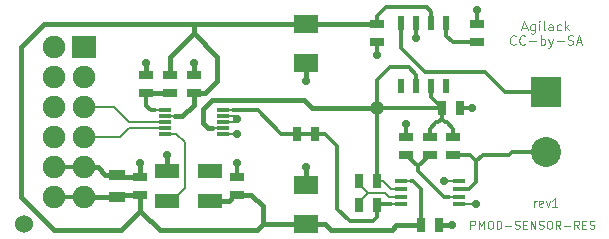
<source format=gtl>
G04 #@! TF.FileFunction,Copper,L1,Top,Signal*
%FSLAX46Y46*%
G04 Gerber Fmt 4.6, Leading zero omitted, Abs format (unit mm)*
G04 Created by KiCad (PCBNEW 4.0.2+dfsg1-stable) date lun. 14 janv. 2019 10:15:00 CET*
%MOMM*%
G01*
G04 APERTURE LIST*
%ADD10C,0.100000*%
%ADD11C,0.101600*%
%ADD12R,2.540000X2.540000*%
%ADD13C,2.540000*%
%ADD14R,1.070000X0.310000*%
%ADD15R,2.000000X1.900000*%
%ADD16C,1.900000*%
%ADD17R,1.143000X0.635000*%
%ADD18R,0.635000X1.143000*%
%ADD19R,0.508000X1.143000*%
%ADD20C,1.198880*%
%ADD21R,1.000000X0.300000*%
%ADD22R,1.397000X0.889000*%
%ADD23R,2.000000X1.198880*%
%ADD24C,1.524000*%
%ADD25R,2.032000X1.524000*%
%ADD26C,0.711200*%
%ADD27C,0.203200*%
%ADD28C,0.406400*%
%ADD29C,0.304800*%
G04 APERTURE END LIST*
D10*
D11*
X167850001Y-112156667D02*
X167850001Y-111690000D01*
X167850001Y-111823333D02*
X167883334Y-111756667D01*
X167916667Y-111723333D01*
X167983334Y-111690000D01*
X168050001Y-111690000D01*
X168550000Y-112123333D02*
X168483334Y-112156667D01*
X168350000Y-112156667D01*
X168283334Y-112123333D01*
X168250000Y-112056667D01*
X168250000Y-111790000D01*
X168283334Y-111723333D01*
X168350000Y-111690000D01*
X168483334Y-111690000D01*
X168550000Y-111723333D01*
X168583334Y-111790000D01*
X168583334Y-111856667D01*
X168250000Y-111923333D01*
X168816667Y-111690000D02*
X168983334Y-112156667D01*
X169150000Y-111690000D01*
X169783333Y-112156667D02*
X169383333Y-112156667D01*
X169583333Y-112156667D02*
X169583333Y-111456667D01*
X169516667Y-111556667D01*
X169450000Y-111623333D01*
X169383333Y-111656667D01*
X166819048Y-97022533D02*
X167200000Y-97022533D01*
X166742857Y-97251105D02*
X167009524Y-96451105D01*
X167276191Y-97251105D01*
X167885714Y-96717771D02*
X167885714Y-97365390D01*
X167847619Y-97441581D01*
X167809524Y-97479676D01*
X167733333Y-97517771D01*
X167619048Y-97517771D01*
X167542857Y-97479676D01*
X167885714Y-97213010D02*
X167809524Y-97251105D01*
X167657143Y-97251105D01*
X167580952Y-97213010D01*
X167542857Y-97174914D01*
X167504762Y-97098724D01*
X167504762Y-96870152D01*
X167542857Y-96793962D01*
X167580952Y-96755867D01*
X167657143Y-96717771D01*
X167809524Y-96717771D01*
X167885714Y-96755867D01*
X168266667Y-97251105D02*
X168266667Y-96717771D01*
X168266667Y-96451105D02*
X168228572Y-96489200D01*
X168266667Y-96527295D01*
X168304762Y-96489200D01*
X168266667Y-96451105D01*
X168266667Y-96527295D01*
X168761905Y-97251105D02*
X168685714Y-97213010D01*
X168647619Y-97136819D01*
X168647619Y-96451105D01*
X169409524Y-97251105D02*
X169409524Y-96832057D01*
X169371429Y-96755867D01*
X169295239Y-96717771D01*
X169142858Y-96717771D01*
X169066667Y-96755867D01*
X169409524Y-97213010D02*
X169333334Y-97251105D01*
X169142858Y-97251105D01*
X169066667Y-97213010D01*
X169028572Y-97136819D01*
X169028572Y-97060629D01*
X169066667Y-96984438D01*
X169142858Y-96946343D01*
X169333334Y-96946343D01*
X169409524Y-96908248D01*
X170133334Y-97213010D02*
X170057144Y-97251105D01*
X169904763Y-97251105D01*
X169828572Y-97213010D01*
X169790477Y-97174914D01*
X169752382Y-97098724D01*
X169752382Y-96870152D01*
X169790477Y-96793962D01*
X169828572Y-96755867D01*
X169904763Y-96717771D01*
X170057144Y-96717771D01*
X170133334Y-96755867D01*
X170476191Y-97251105D02*
X170476191Y-96451105D01*
X170552382Y-96946343D02*
X170780953Y-97251105D01*
X170780953Y-96717771D02*
X170476191Y-97022533D01*
X166266667Y-98396514D02*
X166228572Y-98434610D01*
X166114286Y-98472705D01*
X166038096Y-98472705D01*
X165923810Y-98434610D01*
X165847619Y-98358419D01*
X165809524Y-98282229D01*
X165771429Y-98129848D01*
X165771429Y-98015562D01*
X165809524Y-97863181D01*
X165847619Y-97786990D01*
X165923810Y-97710800D01*
X166038096Y-97672705D01*
X166114286Y-97672705D01*
X166228572Y-97710800D01*
X166266667Y-97748895D01*
X167066667Y-98396514D02*
X167028572Y-98434610D01*
X166914286Y-98472705D01*
X166838096Y-98472705D01*
X166723810Y-98434610D01*
X166647619Y-98358419D01*
X166609524Y-98282229D01*
X166571429Y-98129848D01*
X166571429Y-98015562D01*
X166609524Y-97863181D01*
X166647619Y-97786990D01*
X166723810Y-97710800D01*
X166838096Y-97672705D01*
X166914286Y-97672705D01*
X167028572Y-97710800D01*
X167066667Y-97748895D01*
X167409524Y-98167943D02*
X168019048Y-98167943D01*
X168400000Y-98472705D02*
X168400000Y-97672705D01*
X168400000Y-97977467D02*
X168476191Y-97939371D01*
X168628572Y-97939371D01*
X168704762Y-97977467D01*
X168742857Y-98015562D01*
X168780953Y-98091752D01*
X168780953Y-98320324D01*
X168742857Y-98396514D01*
X168704762Y-98434610D01*
X168628572Y-98472705D01*
X168476191Y-98472705D01*
X168400000Y-98434610D01*
X169047620Y-97939371D02*
X169238096Y-98472705D01*
X169428572Y-97939371D02*
X169238096Y-98472705D01*
X169161905Y-98663181D01*
X169123810Y-98701276D01*
X169047620Y-98739371D01*
X169733334Y-98167943D02*
X170342858Y-98167943D01*
X170685715Y-98434610D02*
X170800001Y-98472705D01*
X170990477Y-98472705D01*
X171066667Y-98434610D01*
X171104763Y-98396514D01*
X171142858Y-98320324D01*
X171142858Y-98244133D01*
X171104763Y-98167943D01*
X171066667Y-98129848D01*
X170990477Y-98091752D01*
X170838096Y-98053657D01*
X170761905Y-98015562D01*
X170723810Y-97977467D01*
X170685715Y-97901276D01*
X170685715Y-97825086D01*
X170723810Y-97748895D01*
X170761905Y-97710800D01*
X170838096Y-97672705D01*
X171028572Y-97672705D01*
X171142858Y-97710800D01*
X171447620Y-98244133D02*
X171828572Y-98244133D01*
X171371429Y-98472705D02*
X171638096Y-97672705D01*
X171904763Y-98472705D01*
X162426667Y-114046667D02*
X162426667Y-113346667D01*
X162693333Y-113346667D01*
X162760000Y-113380000D01*
X162793333Y-113413333D01*
X162826667Y-113480000D01*
X162826667Y-113580000D01*
X162793333Y-113646667D01*
X162760000Y-113680000D01*
X162693333Y-113713333D01*
X162426667Y-113713333D01*
X163126667Y-114046667D02*
X163126667Y-113346667D01*
X163360000Y-113846667D01*
X163593333Y-113346667D01*
X163593333Y-114046667D01*
X164060000Y-113346667D02*
X164193333Y-113346667D01*
X164260000Y-113380000D01*
X164326667Y-113446667D01*
X164360000Y-113580000D01*
X164360000Y-113813333D01*
X164326667Y-113946667D01*
X164260000Y-114013333D01*
X164193333Y-114046667D01*
X164060000Y-114046667D01*
X163993333Y-114013333D01*
X163926667Y-113946667D01*
X163893333Y-113813333D01*
X163893333Y-113580000D01*
X163926667Y-113446667D01*
X163993333Y-113380000D01*
X164060000Y-113346667D01*
X164660000Y-114046667D02*
X164660000Y-113346667D01*
X164826666Y-113346667D01*
X164926666Y-113380000D01*
X164993333Y-113446667D01*
X165026666Y-113513333D01*
X165060000Y-113646667D01*
X165060000Y-113746667D01*
X165026666Y-113880000D01*
X164993333Y-113946667D01*
X164926666Y-114013333D01*
X164826666Y-114046667D01*
X164660000Y-114046667D01*
X165360000Y-113780000D02*
X165893333Y-113780000D01*
X166193333Y-114013333D02*
X166293333Y-114046667D01*
X166460000Y-114046667D01*
X166526667Y-114013333D01*
X166560000Y-113980000D01*
X166593333Y-113913333D01*
X166593333Y-113846667D01*
X166560000Y-113780000D01*
X166526667Y-113746667D01*
X166460000Y-113713333D01*
X166326667Y-113680000D01*
X166260000Y-113646667D01*
X166226667Y-113613333D01*
X166193333Y-113546667D01*
X166193333Y-113480000D01*
X166226667Y-113413333D01*
X166260000Y-113380000D01*
X166326667Y-113346667D01*
X166493333Y-113346667D01*
X166593333Y-113380000D01*
X166893334Y-113680000D02*
X167126667Y-113680000D01*
X167226667Y-114046667D02*
X166893334Y-114046667D01*
X166893334Y-113346667D01*
X167226667Y-113346667D01*
X167526667Y-114046667D02*
X167526667Y-113346667D01*
X167926667Y-114046667D01*
X167926667Y-113346667D01*
X168226666Y-114013333D02*
X168326666Y-114046667D01*
X168493333Y-114046667D01*
X168560000Y-114013333D01*
X168593333Y-113980000D01*
X168626666Y-113913333D01*
X168626666Y-113846667D01*
X168593333Y-113780000D01*
X168560000Y-113746667D01*
X168493333Y-113713333D01*
X168360000Y-113680000D01*
X168293333Y-113646667D01*
X168260000Y-113613333D01*
X168226666Y-113546667D01*
X168226666Y-113480000D01*
X168260000Y-113413333D01*
X168293333Y-113380000D01*
X168360000Y-113346667D01*
X168526666Y-113346667D01*
X168626666Y-113380000D01*
X169060000Y-113346667D02*
X169193333Y-113346667D01*
X169260000Y-113380000D01*
X169326667Y-113446667D01*
X169360000Y-113580000D01*
X169360000Y-113813333D01*
X169326667Y-113946667D01*
X169260000Y-114013333D01*
X169193333Y-114046667D01*
X169060000Y-114046667D01*
X168993333Y-114013333D01*
X168926667Y-113946667D01*
X168893333Y-113813333D01*
X168893333Y-113580000D01*
X168926667Y-113446667D01*
X168993333Y-113380000D01*
X169060000Y-113346667D01*
X170060000Y-114046667D02*
X169826666Y-113713333D01*
X169660000Y-114046667D02*
X169660000Y-113346667D01*
X169926666Y-113346667D01*
X169993333Y-113380000D01*
X170026666Y-113413333D01*
X170060000Y-113480000D01*
X170060000Y-113580000D01*
X170026666Y-113646667D01*
X169993333Y-113680000D01*
X169926666Y-113713333D01*
X169660000Y-113713333D01*
X170360000Y-113780000D02*
X170893333Y-113780000D01*
X171626667Y-114046667D02*
X171393333Y-113713333D01*
X171226667Y-114046667D02*
X171226667Y-113346667D01*
X171493333Y-113346667D01*
X171560000Y-113380000D01*
X171593333Y-113413333D01*
X171626667Y-113480000D01*
X171626667Y-113580000D01*
X171593333Y-113646667D01*
X171560000Y-113680000D01*
X171493333Y-113713333D01*
X171226667Y-113713333D01*
X171926667Y-113680000D02*
X172160000Y-113680000D01*
X172260000Y-114046667D02*
X171926667Y-114046667D01*
X171926667Y-113346667D01*
X172260000Y-113346667D01*
X172526666Y-114013333D02*
X172626666Y-114046667D01*
X172793333Y-114046667D01*
X172860000Y-114013333D01*
X172893333Y-113980000D01*
X172926666Y-113913333D01*
X172926666Y-113846667D01*
X172893333Y-113780000D01*
X172860000Y-113746667D01*
X172793333Y-113713333D01*
X172660000Y-113680000D01*
X172593333Y-113646667D01*
X172560000Y-113613333D01*
X172526666Y-113546667D01*
X172526666Y-113480000D01*
X172560000Y-113413333D01*
X172593333Y-113380000D01*
X172660000Y-113346667D01*
X172826666Y-113346667D01*
X172926666Y-113380000D01*
D12*
X168820000Y-102460000D03*
D13*
X168820000Y-107540000D03*
D14*
X161452500Y-110675000D03*
X161452500Y-111325000D03*
X161452500Y-111975000D03*
X161452500Y-110025000D03*
X156547500Y-110025000D03*
X156547500Y-110675000D03*
X156547500Y-111325000D03*
X156547500Y-111975000D03*
D15*
X129690200Y-98650000D03*
D16*
X129690200Y-101190000D03*
X129690200Y-103730000D03*
X129690200Y-106270000D03*
X129690200Y-108810000D03*
X129690200Y-111350000D03*
X127150200Y-98650000D03*
X127150200Y-101190000D03*
X127150200Y-103730000D03*
X127150200Y-106270000D03*
X127150200Y-108810000D03*
X127150200Y-111350000D03*
D17*
X159000000Y-107762000D03*
X159000000Y-106238000D03*
X157000000Y-106238000D03*
X157000000Y-107762000D03*
X161000000Y-106238000D03*
X161000000Y-107762000D03*
D18*
X152988000Y-112000000D03*
X154512000Y-112000000D03*
X154512000Y-110000000D03*
X152988000Y-110000000D03*
D19*
X160405000Y-101917000D03*
X160405000Y-96583000D03*
X159135000Y-101917000D03*
X157865000Y-101917000D03*
X156595000Y-101917000D03*
X159135000Y-96583000D03*
X157865000Y-96583000D03*
X156595000Y-96583000D03*
D17*
X154500000Y-96738000D03*
X154500000Y-98262000D03*
X163000000Y-98262000D03*
X163000000Y-96738000D03*
D18*
X160008000Y-103790000D03*
X161532000Y-103790000D03*
D20*
X154510000Y-103790000D03*
D17*
X135000000Y-102512000D03*
X135000000Y-100988000D03*
X137000000Y-100988000D03*
X137000000Y-102512000D03*
D21*
X141450000Y-106000000D03*
X141450000Y-105500000D03*
X141450000Y-105000000D03*
X141450000Y-104500000D03*
X141450000Y-104000000D03*
X136550000Y-104000000D03*
X136550000Y-104500000D03*
X136550000Y-105000000D03*
X136550000Y-105500000D03*
X136550000Y-106000000D03*
D22*
X132500000Y-111352500D03*
X132500000Y-109447500D03*
D17*
X134500000Y-111162000D03*
X134500000Y-109638000D03*
X139000000Y-102512000D03*
X139000000Y-100988000D03*
D18*
X158238000Y-113750000D03*
X159762000Y-113750000D03*
X149262000Y-106000000D03*
X147738000Y-106000000D03*
D23*
X140430000Y-109150000D03*
X136730000Y-109150000D03*
X136730000Y-111650000D03*
X140430000Y-111650000D03*
D17*
X142710000Y-111162000D03*
X142710000Y-109638000D03*
D24*
X124600000Y-113660000D03*
D25*
X148500000Y-113651000D03*
X148500000Y-110349000D03*
X148500000Y-96739000D03*
X148500000Y-100041000D03*
D26*
X142710000Y-106000000D03*
X148500000Y-108830000D03*
X148500000Y-101560000D03*
X142710000Y-108490000D03*
X136730000Y-107800000D03*
X160840000Y-113750000D03*
X139000000Y-99990000D03*
X135000000Y-99990000D03*
X134500000Y-108500000D03*
X142710000Y-104750000D03*
X162940000Y-111970000D03*
X157000000Y-105160000D03*
X162610000Y-103790000D03*
X160160000Y-110020000D03*
X154500000Y-99340000D03*
X163000000Y-95500000D03*
X157870000Y-97910000D03*
D27*
X142710000Y-106000000D02*
X141450000Y-106000000D01*
D28*
X148500000Y-110349000D02*
X148500000Y-108830000D01*
X148500000Y-100041000D02*
X148500000Y-101560000D01*
D29*
X142710000Y-109638000D02*
X142710000Y-108490000D01*
D28*
X136730000Y-109150000D02*
X136730000Y-107800000D01*
X160840000Y-113750000D02*
X159762000Y-113750000D01*
X139000000Y-100988000D02*
X139000000Y-99990000D01*
X135000000Y-99990000D02*
X135000000Y-100988000D01*
X134500000Y-109638000D02*
X134500000Y-108500000D01*
X132500000Y-109447500D02*
X131517500Y-109447500D01*
X131517500Y-109447500D02*
X130880000Y-108810000D01*
X130880000Y-108810000D02*
X129690200Y-108810000D01*
X134500000Y-109638000D02*
X132690500Y-109638000D01*
X132690500Y-109638000D02*
X132500000Y-109447500D01*
D27*
X141450000Y-104500000D02*
X142460000Y-104500000D01*
X142460000Y-105000000D02*
X142710000Y-104750000D01*
X142460000Y-105000000D02*
X141450000Y-105000000D01*
X142460000Y-104500000D02*
X142710000Y-104750000D01*
X162340000Y-111970000D02*
X162335000Y-111975000D01*
X162335000Y-111975000D02*
X161452500Y-111975000D01*
X162940000Y-111970000D02*
X162340000Y-111970000D01*
D29*
X129690200Y-108810000D02*
X127150200Y-108810000D01*
X157000000Y-106238000D02*
X157000000Y-105160000D01*
X162610000Y-103790000D02*
X161532000Y-103790000D01*
D27*
X160695000Y-110025000D02*
X160690000Y-110020000D01*
X160690000Y-110020000D02*
X160160000Y-110020000D01*
X161452500Y-110025000D02*
X160695000Y-110025000D01*
D29*
X156595000Y-96583000D02*
X156595000Y-98755000D01*
X165350000Y-102460000D02*
X168820000Y-102460000D01*
X163640000Y-100750000D02*
X165350000Y-102460000D01*
X158590000Y-100750000D02*
X163640000Y-100750000D01*
X156595000Y-98755000D02*
X158590000Y-100750000D01*
X154500000Y-98262000D02*
X154500000Y-99340000D01*
X163000000Y-96738000D02*
X163000000Y-95500000D01*
X157865000Y-97505000D02*
X157870000Y-97510000D01*
X157870000Y-97510000D02*
X157870000Y-97910000D01*
X157865000Y-97505000D02*
X157865000Y-96583000D01*
X168820000Y-107540000D02*
X165950000Y-107540000D01*
X163490000Y-107760000D02*
X162940000Y-108310000D01*
X165730000Y-107760000D02*
X163490000Y-107760000D01*
X165950000Y-107540000D02*
X165730000Y-107760000D01*
X161000000Y-107762000D02*
X162392000Y-107762000D01*
X162392000Y-107762000D02*
X162940000Y-108310000D01*
X162940000Y-110090000D02*
X162940000Y-108310000D01*
X162355000Y-110675000D02*
X162940000Y-110090000D01*
X161452500Y-110675000D02*
X162355000Y-110675000D01*
X158040000Y-109180000D02*
X160185000Y-111325000D01*
D27*
X161452500Y-111325000D02*
X160595000Y-111325000D01*
D29*
X160185000Y-111325000D02*
X160595000Y-111325000D01*
X158040000Y-109180000D02*
X158040000Y-108720000D01*
X159000000Y-107762000D02*
X158998000Y-107762000D01*
X158998000Y-107762000D02*
X158040000Y-108720000D01*
X158040000Y-108720000D02*
X158000000Y-108760000D01*
X157000000Y-107762000D02*
X157002000Y-107762000D01*
X157002000Y-107762000D02*
X158000000Y-108760000D01*
D28*
X148500000Y-113651000D02*
X144869000Y-113651000D01*
X148500000Y-113651000D02*
X150121000Y-113651000D01*
X156170000Y-113750000D02*
X155790000Y-114130000D01*
X156170000Y-113750000D02*
X158238000Y-113750000D01*
X150600000Y-114130000D02*
X155790000Y-114130000D01*
X150121000Y-113651000D02*
X150600000Y-114130000D01*
X148500000Y-96739000D02*
X139001000Y-96739000D01*
X139001000Y-96739000D02*
X139000000Y-96738000D01*
X154500000Y-96738000D02*
X148501000Y-96738000D01*
X148501000Y-96738000D02*
X148500000Y-96739000D01*
X144869000Y-113651000D02*
X144869000Y-112149000D01*
X144869000Y-112149000D02*
X143882000Y-111162000D01*
X143882000Y-111162000D02*
X142710000Y-111162000D01*
X136130000Y-114130000D02*
X144390000Y-114130000D01*
X144390000Y-114130000D02*
X144869000Y-113651000D01*
X134500000Y-112500000D02*
X136130000Y-114130000D01*
X132870000Y-114130000D02*
X127160000Y-114130000D01*
X127160000Y-114130000D02*
X124360000Y-111330000D01*
X132870000Y-114130000D02*
X134500000Y-112500000D01*
X126292000Y-96738000D02*
X134238000Y-96738000D01*
X124360000Y-98670000D02*
X124360000Y-111330000D01*
X126292000Y-96738000D02*
X124360000Y-98670000D01*
X139000000Y-96738000D02*
X134238000Y-96738000D01*
X140430000Y-111650000D02*
X141970000Y-111650000D01*
X141970000Y-111650000D02*
X142458000Y-111162000D01*
X142458000Y-111162000D02*
X142710000Y-111162000D01*
D27*
X156547500Y-110025000D02*
X157435000Y-110025000D01*
D29*
X158238000Y-110678000D02*
X158238000Y-113750000D01*
X158238000Y-110678000D02*
X157585000Y-110025000D01*
X157585000Y-110025000D02*
X157435000Y-110025000D01*
D28*
X141000000Y-99500000D02*
X141000000Y-101490000D01*
X139000000Y-97500000D02*
X141000000Y-99500000D01*
X139978000Y-102512000D02*
X139000000Y-102512000D01*
X141000000Y-101490000D02*
X139978000Y-102512000D01*
X139000000Y-96738000D02*
X139000000Y-97500000D01*
X137000000Y-99500000D02*
X137000000Y-100988000D01*
X139000000Y-97500000D02*
X137000000Y-99500000D01*
D27*
X136550000Y-104500000D02*
X137450000Y-104500000D01*
D28*
X139000000Y-103520000D02*
X139000000Y-102512000D01*
X138020000Y-104500000D02*
X137450000Y-104500000D01*
X139000000Y-103520000D02*
X138020000Y-104500000D01*
X137000000Y-100988000D02*
X136742000Y-100988000D01*
X134500000Y-111162000D02*
X134500000Y-112500000D01*
X134500000Y-111162000D02*
X132690500Y-111162000D01*
X132690500Y-111162000D02*
X132500000Y-111352500D01*
X132500000Y-111352500D02*
X129692700Y-111352500D01*
X129692700Y-111352500D02*
X129690200Y-111350000D01*
D29*
X129690200Y-111350000D02*
X127150200Y-111350000D01*
X159135000Y-96583000D02*
X159135000Y-95655000D01*
X159135000Y-95655000D02*
X158760000Y-95280000D01*
X158760000Y-95280000D02*
X155280000Y-95280000D01*
X155280000Y-95280000D02*
X154500000Y-96060000D01*
X154500000Y-96060000D02*
X154500000Y-96738000D01*
D27*
X156547500Y-111325000D02*
X155545000Y-111325000D01*
X155545000Y-111325000D02*
X155220000Y-111000000D01*
X155220000Y-111000000D02*
X153730000Y-111000000D01*
X152988000Y-112000000D02*
X152988000Y-111742000D01*
X152988000Y-111742000D02*
X153730000Y-111000000D01*
X153730000Y-111000000D02*
X152988000Y-110258000D01*
X152988000Y-110258000D02*
X152988000Y-110000000D01*
D29*
X149262000Y-106000000D02*
X150140000Y-106000000D01*
X154150000Y-113410000D02*
X152200000Y-113410000D01*
X154512000Y-113048000D02*
X154512000Y-112000000D01*
X154512000Y-113048000D02*
X154150000Y-113410000D01*
X151140000Y-112350000D02*
X152200000Y-113410000D01*
X151140000Y-107000000D02*
X151140000Y-112350000D01*
X150140000Y-106000000D02*
X151140000Y-107000000D01*
X147738000Y-106000000D02*
X149262000Y-106000000D01*
X147738000Y-106000000D02*
X146420000Y-106000000D01*
X146420000Y-106000000D02*
X144420000Y-104000000D01*
D27*
X141450000Y-104000000D02*
X142300000Y-104000000D01*
D29*
X144420000Y-104000000D02*
X142300000Y-104000000D01*
X154537000Y-111975000D02*
X155705000Y-111975000D01*
D27*
X155705000Y-111975000D02*
X156547500Y-111975000D01*
D29*
X154537000Y-111975000D02*
X154512000Y-112000000D01*
X154537000Y-111975000D02*
X154512000Y-112000000D01*
D27*
X154537000Y-111975000D02*
X154512000Y-112000000D01*
X141450000Y-105500000D02*
X140550000Y-105500000D01*
D28*
X149010000Y-103790000D02*
X148360000Y-103140000D01*
X148360000Y-103140000D02*
X140560000Y-103140000D01*
X140560000Y-103140000D02*
X139810000Y-103890000D01*
X139810000Y-103890000D02*
X139810000Y-105100000D01*
X139810000Y-105100000D02*
X140210000Y-105500000D01*
X140210000Y-105500000D02*
X140550000Y-105500000D01*
X149010000Y-103790000D02*
X154510000Y-103790000D01*
D29*
X159135000Y-101917000D02*
X159135000Y-102917000D01*
X159135000Y-102917000D02*
X160008000Y-103790000D01*
X154510000Y-103790000D02*
X154510000Y-109998000D01*
X154510000Y-109998000D02*
X154512000Y-110000000D01*
X154510000Y-103790000D02*
X154510000Y-101450000D01*
X157865000Y-100995000D02*
X157865000Y-101917000D01*
X157210000Y-100340000D02*
X157865000Y-100995000D01*
X155620000Y-100340000D02*
X157210000Y-100340000D01*
X154510000Y-101450000D02*
X155620000Y-100340000D01*
X154510000Y-103790000D02*
X160008000Y-103790000D01*
X160440000Y-105000000D02*
X160286000Y-105000000D01*
X161000000Y-105560000D02*
X160440000Y-105000000D01*
X161000000Y-106238000D02*
X161000000Y-105560000D01*
X160286000Y-105000000D02*
X160008000Y-104722000D01*
X160008000Y-103790000D02*
X160008000Y-104722000D01*
X159000000Y-105560000D02*
X159560000Y-105000000D01*
X159000000Y-105560000D02*
X159000000Y-106238000D01*
X159730000Y-105000000D02*
X159560000Y-105000000D01*
X160008000Y-104722000D02*
X159730000Y-105000000D01*
D27*
X156547500Y-110675000D02*
X155705000Y-110675000D01*
X155705000Y-110675000D02*
X155030000Y-110000000D01*
X155030000Y-110000000D02*
X154512000Y-110000000D01*
D29*
X160405000Y-96583000D02*
X160405000Y-97705000D01*
X160962000Y-98262000D02*
X163000000Y-98262000D01*
X160405000Y-97705000D02*
X160962000Y-98262000D01*
D28*
X137000000Y-102512000D02*
X135000000Y-102512000D01*
D27*
X136550000Y-104000000D02*
X135700000Y-104000000D01*
D29*
X135000000Y-103630000D02*
X135370000Y-104000000D01*
X135370000Y-104000000D02*
X135700000Y-104000000D01*
X135000000Y-103630000D02*
X135000000Y-102512000D01*
D27*
X136550000Y-105000000D02*
X133500000Y-105000000D01*
X132230000Y-103730000D02*
X129690200Y-103730000D01*
X132230000Y-103730000D02*
X133500000Y-105000000D01*
X136550000Y-105500000D02*
X133500000Y-105500000D01*
X132730000Y-106270000D02*
X133500000Y-105500000D01*
X132730000Y-106270000D02*
X129690200Y-106270000D01*
X136550000Y-106000000D02*
X137550000Y-106000000D01*
X138230000Y-110550000D02*
X137130000Y-111650000D01*
X138230000Y-106680000D02*
X138230000Y-110550000D01*
X137550000Y-106000000D02*
X138230000Y-106680000D01*
X137130000Y-111650000D02*
X136730000Y-111650000D01*
M02*

</source>
